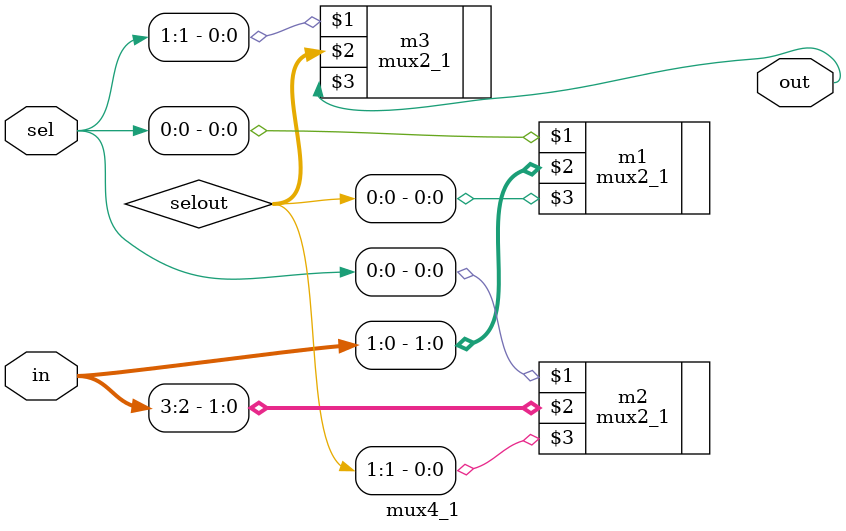
<source format=sv>
`timescale 1 ps / 100 fs

module mux4_1(sel,in,out);
	input logic [1:0]sel;
	input logic [3:0]in;
	output logic out;
	
	logic [1:0]selout;
	
	mux2_1 m1(sel[0],in[1:0],selout[0]);
	mux2_1 m2(sel[0],in[3:2],selout[1]);
	mux2_1 m3(sel[1],selout,out);

endmodule
</source>
